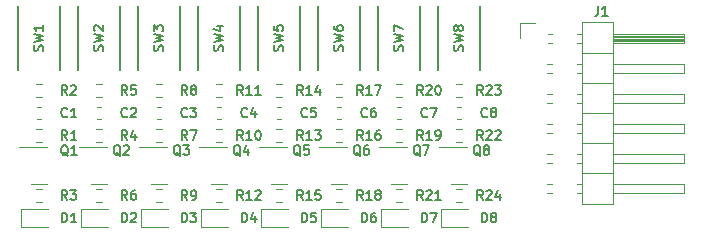
<source format=gbr>
G04 #@! TF.GenerationSoftware,KiCad,Pcbnew,6.0.9+dfsg-1*
G04 #@! TF.CreationDate,2022-11-16T11:07:49+08:00*
G04 #@! TF.ProjectId,io,696f2e6b-6963-4616-945f-706362585858,rev?*
G04 #@! TF.SameCoordinates,Original*
G04 #@! TF.FileFunction,Legend,Top*
G04 #@! TF.FilePolarity,Positive*
%FSLAX46Y46*%
G04 Gerber Fmt 4.6, Leading zero omitted, Abs format (unit mm)*
G04 Created by KiCad (PCBNEW 6.0.9+dfsg-1) date 2022-11-16 11:07:49*
%MOMM*%
%LPD*%
G01*
G04 APERTURE LIST*
%ADD10C,0.150000*%
%ADD11C,0.120000*%
G04 APERTURE END LIST*
D10*
G04 #@! TO.C,R3*
X138931666Y-89896904D02*
X138665000Y-89515952D01*
X138474523Y-89896904D02*
X138474523Y-89096904D01*
X138779285Y-89096904D01*
X138855476Y-89135000D01*
X138893571Y-89173095D01*
X138931666Y-89249285D01*
X138931666Y-89363571D01*
X138893571Y-89439761D01*
X138855476Y-89477857D01*
X138779285Y-89515952D01*
X138474523Y-89515952D01*
X139198333Y-89096904D02*
X139693571Y-89096904D01*
X139426904Y-89401666D01*
X139541190Y-89401666D01*
X139617380Y-89439761D01*
X139655476Y-89477857D01*
X139693571Y-89554047D01*
X139693571Y-89744523D01*
X139655476Y-89820714D01*
X139617380Y-89858809D01*
X139541190Y-89896904D01*
X139312619Y-89896904D01*
X139236428Y-89858809D01*
X139198333Y-89820714D01*
G04 #@! TO.C,Q6*
X163753809Y-86163095D02*
X163677619Y-86125000D01*
X163601428Y-86048809D01*
X163487142Y-85934523D01*
X163410952Y-85896428D01*
X163334761Y-85896428D01*
X163372857Y-86086904D02*
X163296666Y-86048809D01*
X163220476Y-85972619D01*
X163182380Y-85820238D01*
X163182380Y-85553571D01*
X163220476Y-85401190D01*
X163296666Y-85325000D01*
X163372857Y-85286904D01*
X163525238Y-85286904D01*
X163601428Y-85325000D01*
X163677619Y-85401190D01*
X163715714Y-85553571D01*
X163715714Y-85820238D01*
X163677619Y-85972619D01*
X163601428Y-86048809D01*
X163525238Y-86086904D01*
X163372857Y-86086904D01*
X164401428Y-85286904D02*
X164249047Y-85286904D01*
X164172857Y-85325000D01*
X164134761Y-85363095D01*
X164058571Y-85477380D01*
X164020476Y-85629761D01*
X164020476Y-85934523D01*
X164058571Y-86010714D01*
X164096666Y-86048809D01*
X164172857Y-86086904D01*
X164325238Y-86086904D01*
X164401428Y-86048809D01*
X164439523Y-86010714D01*
X164477619Y-85934523D01*
X164477619Y-85744047D01*
X164439523Y-85667857D01*
X164401428Y-85629761D01*
X164325238Y-85591666D01*
X164172857Y-85591666D01*
X164096666Y-85629761D01*
X164058571Y-85667857D01*
X164020476Y-85744047D01*
G04 #@! TO.C,D1*
X138474523Y-91801904D02*
X138474523Y-91001904D01*
X138665000Y-91001904D01*
X138779285Y-91040000D01*
X138855476Y-91116190D01*
X138893571Y-91192380D01*
X138931666Y-91344761D01*
X138931666Y-91459047D01*
X138893571Y-91611428D01*
X138855476Y-91687619D01*
X138779285Y-91763809D01*
X138665000Y-91801904D01*
X138474523Y-91801904D01*
X139693571Y-91801904D02*
X139236428Y-91801904D01*
X139465000Y-91801904D02*
X139465000Y-91001904D01*
X139388809Y-91116190D01*
X139312619Y-91192380D01*
X139236428Y-91230476D01*
G04 #@! TO.C,C4*
X154171666Y-82835714D02*
X154133571Y-82873809D01*
X154019285Y-82911904D01*
X153943095Y-82911904D01*
X153828809Y-82873809D01*
X153752619Y-82797619D01*
X153714523Y-82721428D01*
X153676428Y-82569047D01*
X153676428Y-82454761D01*
X153714523Y-82302380D01*
X153752619Y-82226190D01*
X153828809Y-82150000D01*
X153943095Y-82111904D01*
X154019285Y-82111904D01*
X154133571Y-82150000D01*
X154171666Y-82188095D01*
X154857380Y-82378571D02*
X154857380Y-82911904D01*
X154666904Y-82073809D02*
X154476428Y-82645238D01*
X154971666Y-82645238D01*
G04 #@! TO.C,Q2*
X143433809Y-86163095D02*
X143357619Y-86125000D01*
X143281428Y-86048809D01*
X143167142Y-85934523D01*
X143090952Y-85896428D01*
X143014761Y-85896428D01*
X143052857Y-86086904D02*
X142976666Y-86048809D01*
X142900476Y-85972619D01*
X142862380Y-85820238D01*
X142862380Y-85553571D01*
X142900476Y-85401190D01*
X142976666Y-85325000D01*
X143052857Y-85286904D01*
X143205238Y-85286904D01*
X143281428Y-85325000D01*
X143357619Y-85401190D01*
X143395714Y-85553571D01*
X143395714Y-85820238D01*
X143357619Y-85972619D01*
X143281428Y-86048809D01*
X143205238Y-86086904D01*
X143052857Y-86086904D01*
X143700476Y-85363095D02*
X143738571Y-85325000D01*
X143814761Y-85286904D01*
X144005238Y-85286904D01*
X144081428Y-85325000D01*
X144119523Y-85363095D01*
X144157619Y-85439285D01*
X144157619Y-85515476D01*
X144119523Y-85629761D01*
X143662380Y-86086904D01*
X144157619Y-86086904D01*
G04 #@! TO.C,SW3*
X147008809Y-77266666D02*
X147046904Y-77152380D01*
X147046904Y-76961904D01*
X147008809Y-76885714D01*
X146970714Y-76847619D01*
X146894523Y-76809523D01*
X146818333Y-76809523D01*
X146742142Y-76847619D01*
X146704047Y-76885714D01*
X146665952Y-76961904D01*
X146627857Y-77114285D01*
X146589761Y-77190476D01*
X146551666Y-77228571D01*
X146475476Y-77266666D01*
X146399285Y-77266666D01*
X146323095Y-77228571D01*
X146285000Y-77190476D01*
X146246904Y-77114285D01*
X146246904Y-76923809D01*
X146285000Y-76809523D01*
X146246904Y-76542857D02*
X147046904Y-76352380D01*
X146475476Y-76200000D01*
X147046904Y-76047619D01*
X146246904Y-75857142D01*
X146246904Y-75628571D02*
X146246904Y-75133333D01*
X146551666Y-75400000D01*
X146551666Y-75285714D01*
X146589761Y-75209523D01*
X146627857Y-75171428D01*
X146704047Y-75133333D01*
X146894523Y-75133333D01*
X146970714Y-75171428D01*
X147008809Y-75209523D01*
X147046904Y-75285714D01*
X147046904Y-75514285D01*
X147008809Y-75590476D01*
X146970714Y-75628571D01*
G04 #@! TO.C,C5*
X159251666Y-82835714D02*
X159213571Y-82873809D01*
X159099285Y-82911904D01*
X159023095Y-82911904D01*
X158908809Y-82873809D01*
X158832619Y-82797619D01*
X158794523Y-82721428D01*
X158756428Y-82569047D01*
X158756428Y-82454761D01*
X158794523Y-82302380D01*
X158832619Y-82226190D01*
X158908809Y-82150000D01*
X159023095Y-82111904D01*
X159099285Y-82111904D01*
X159213571Y-82150000D01*
X159251666Y-82188095D01*
X159975476Y-82111904D02*
X159594523Y-82111904D01*
X159556428Y-82492857D01*
X159594523Y-82454761D01*
X159670714Y-82416666D01*
X159861190Y-82416666D01*
X159937380Y-82454761D01*
X159975476Y-82492857D01*
X160013571Y-82569047D01*
X160013571Y-82759523D01*
X159975476Y-82835714D01*
X159937380Y-82873809D01*
X159861190Y-82911904D01*
X159670714Y-82911904D01*
X159594523Y-82873809D01*
X159556428Y-82835714D01*
G04 #@! TO.C,D7*
X168954523Y-91801904D02*
X168954523Y-91001904D01*
X169145000Y-91001904D01*
X169259285Y-91040000D01*
X169335476Y-91116190D01*
X169373571Y-91192380D01*
X169411666Y-91344761D01*
X169411666Y-91459047D01*
X169373571Y-91611428D01*
X169335476Y-91687619D01*
X169259285Y-91763809D01*
X169145000Y-91801904D01*
X168954523Y-91801904D01*
X169678333Y-91001904D02*
X170211666Y-91001904D01*
X169868809Y-91801904D01*
G04 #@! TO.C,R8*
X149091666Y-81006904D02*
X148825000Y-80625952D01*
X148634523Y-81006904D02*
X148634523Y-80206904D01*
X148939285Y-80206904D01*
X149015476Y-80245000D01*
X149053571Y-80283095D01*
X149091666Y-80359285D01*
X149091666Y-80473571D01*
X149053571Y-80549761D01*
X149015476Y-80587857D01*
X148939285Y-80625952D01*
X148634523Y-80625952D01*
X149548809Y-80549761D02*
X149472619Y-80511666D01*
X149434523Y-80473571D01*
X149396428Y-80397380D01*
X149396428Y-80359285D01*
X149434523Y-80283095D01*
X149472619Y-80245000D01*
X149548809Y-80206904D01*
X149701190Y-80206904D01*
X149777380Y-80245000D01*
X149815476Y-80283095D01*
X149853571Y-80359285D01*
X149853571Y-80397380D01*
X149815476Y-80473571D01*
X149777380Y-80511666D01*
X149701190Y-80549761D01*
X149548809Y-80549761D01*
X149472619Y-80587857D01*
X149434523Y-80625952D01*
X149396428Y-80702142D01*
X149396428Y-80854523D01*
X149434523Y-80930714D01*
X149472619Y-80968809D01*
X149548809Y-81006904D01*
X149701190Y-81006904D01*
X149777380Y-80968809D01*
X149815476Y-80930714D01*
X149853571Y-80854523D01*
X149853571Y-80702142D01*
X149815476Y-80625952D01*
X149777380Y-80587857D01*
X149701190Y-80549761D01*
G04 #@! TO.C,SW2*
X141928809Y-77266666D02*
X141966904Y-77152380D01*
X141966904Y-76961904D01*
X141928809Y-76885714D01*
X141890714Y-76847619D01*
X141814523Y-76809523D01*
X141738333Y-76809523D01*
X141662142Y-76847619D01*
X141624047Y-76885714D01*
X141585952Y-76961904D01*
X141547857Y-77114285D01*
X141509761Y-77190476D01*
X141471666Y-77228571D01*
X141395476Y-77266666D01*
X141319285Y-77266666D01*
X141243095Y-77228571D01*
X141205000Y-77190476D01*
X141166904Y-77114285D01*
X141166904Y-76923809D01*
X141205000Y-76809523D01*
X141166904Y-76542857D02*
X141966904Y-76352380D01*
X141395476Y-76200000D01*
X141966904Y-76047619D01*
X141166904Y-75857142D01*
X141243095Y-75590476D02*
X141205000Y-75552380D01*
X141166904Y-75476190D01*
X141166904Y-75285714D01*
X141205000Y-75209523D01*
X141243095Y-75171428D01*
X141319285Y-75133333D01*
X141395476Y-75133333D01*
X141509761Y-75171428D01*
X141966904Y-75628571D01*
X141966904Y-75133333D01*
G04 #@! TO.C,SW4*
X152088809Y-77266666D02*
X152126904Y-77152380D01*
X152126904Y-76961904D01*
X152088809Y-76885714D01*
X152050714Y-76847619D01*
X151974523Y-76809523D01*
X151898333Y-76809523D01*
X151822142Y-76847619D01*
X151784047Y-76885714D01*
X151745952Y-76961904D01*
X151707857Y-77114285D01*
X151669761Y-77190476D01*
X151631666Y-77228571D01*
X151555476Y-77266666D01*
X151479285Y-77266666D01*
X151403095Y-77228571D01*
X151365000Y-77190476D01*
X151326904Y-77114285D01*
X151326904Y-76923809D01*
X151365000Y-76809523D01*
X151326904Y-76542857D02*
X152126904Y-76352380D01*
X151555476Y-76200000D01*
X152126904Y-76047619D01*
X151326904Y-75857142D01*
X151593571Y-75209523D02*
X152126904Y-75209523D01*
X151288809Y-75400000D02*
X151860238Y-75590476D01*
X151860238Y-75095238D01*
G04 #@! TO.C,SW6*
X162248809Y-77266666D02*
X162286904Y-77152380D01*
X162286904Y-76961904D01*
X162248809Y-76885714D01*
X162210714Y-76847619D01*
X162134523Y-76809523D01*
X162058333Y-76809523D01*
X161982142Y-76847619D01*
X161944047Y-76885714D01*
X161905952Y-76961904D01*
X161867857Y-77114285D01*
X161829761Y-77190476D01*
X161791666Y-77228571D01*
X161715476Y-77266666D01*
X161639285Y-77266666D01*
X161563095Y-77228571D01*
X161525000Y-77190476D01*
X161486904Y-77114285D01*
X161486904Y-76923809D01*
X161525000Y-76809523D01*
X161486904Y-76542857D02*
X162286904Y-76352380D01*
X161715476Y-76200000D01*
X162286904Y-76047619D01*
X161486904Y-75857142D01*
X161486904Y-75209523D02*
X161486904Y-75361904D01*
X161525000Y-75438095D01*
X161563095Y-75476190D01*
X161677380Y-75552380D01*
X161829761Y-75590476D01*
X162134523Y-75590476D01*
X162210714Y-75552380D01*
X162248809Y-75514285D01*
X162286904Y-75438095D01*
X162286904Y-75285714D01*
X162248809Y-75209523D01*
X162210714Y-75171428D01*
X162134523Y-75133333D01*
X161944047Y-75133333D01*
X161867857Y-75171428D01*
X161829761Y-75209523D01*
X161791666Y-75285714D01*
X161791666Y-75438095D01*
X161829761Y-75514285D01*
X161867857Y-75552380D01*
X161944047Y-75590476D01*
G04 #@! TO.C,D8*
X174034523Y-91801904D02*
X174034523Y-91001904D01*
X174225000Y-91001904D01*
X174339285Y-91040000D01*
X174415476Y-91116190D01*
X174453571Y-91192380D01*
X174491666Y-91344761D01*
X174491666Y-91459047D01*
X174453571Y-91611428D01*
X174415476Y-91687619D01*
X174339285Y-91763809D01*
X174225000Y-91801904D01*
X174034523Y-91801904D01*
X174948809Y-91344761D02*
X174872619Y-91306666D01*
X174834523Y-91268571D01*
X174796428Y-91192380D01*
X174796428Y-91154285D01*
X174834523Y-91078095D01*
X174872619Y-91040000D01*
X174948809Y-91001904D01*
X175101190Y-91001904D01*
X175177380Y-91040000D01*
X175215476Y-91078095D01*
X175253571Y-91154285D01*
X175253571Y-91192380D01*
X175215476Y-91268571D01*
X175177380Y-91306666D01*
X175101190Y-91344761D01*
X174948809Y-91344761D01*
X174872619Y-91382857D01*
X174834523Y-91420952D01*
X174796428Y-91497142D01*
X174796428Y-91649523D01*
X174834523Y-91725714D01*
X174872619Y-91763809D01*
X174948809Y-91801904D01*
X175101190Y-91801904D01*
X175177380Y-91763809D01*
X175215476Y-91725714D01*
X175253571Y-91649523D01*
X175253571Y-91497142D01*
X175215476Y-91420952D01*
X175177380Y-91382857D01*
X175101190Y-91344761D01*
G04 #@! TO.C,R24*
X174110714Y-89896904D02*
X173844047Y-89515952D01*
X173653571Y-89896904D02*
X173653571Y-89096904D01*
X173958333Y-89096904D01*
X174034523Y-89135000D01*
X174072619Y-89173095D01*
X174110714Y-89249285D01*
X174110714Y-89363571D01*
X174072619Y-89439761D01*
X174034523Y-89477857D01*
X173958333Y-89515952D01*
X173653571Y-89515952D01*
X174415476Y-89173095D02*
X174453571Y-89135000D01*
X174529761Y-89096904D01*
X174720238Y-89096904D01*
X174796428Y-89135000D01*
X174834523Y-89173095D01*
X174872619Y-89249285D01*
X174872619Y-89325476D01*
X174834523Y-89439761D01*
X174377380Y-89896904D01*
X174872619Y-89896904D01*
X175558333Y-89363571D02*
X175558333Y-89896904D01*
X175367857Y-89058809D02*
X175177380Y-89630238D01*
X175672619Y-89630238D01*
G04 #@! TO.C,C3*
X149091666Y-82835714D02*
X149053571Y-82873809D01*
X148939285Y-82911904D01*
X148863095Y-82911904D01*
X148748809Y-82873809D01*
X148672619Y-82797619D01*
X148634523Y-82721428D01*
X148596428Y-82569047D01*
X148596428Y-82454761D01*
X148634523Y-82302380D01*
X148672619Y-82226190D01*
X148748809Y-82150000D01*
X148863095Y-82111904D01*
X148939285Y-82111904D01*
X149053571Y-82150000D01*
X149091666Y-82188095D01*
X149358333Y-82111904D02*
X149853571Y-82111904D01*
X149586904Y-82416666D01*
X149701190Y-82416666D01*
X149777380Y-82454761D01*
X149815476Y-82492857D01*
X149853571Y-82569047D01*
X149853571Y-82759523D01*
X149815476Y-82835714D01*
X149777380Y-82873809D01*
X149701190Y-82911904D01*
X149472619Y-82911904D01*
X149396428Y-82873809D01*
X149358333Y-82835714D01*
G04 #@! TO.C,D4*
X153714523Y-91801904D02*
X153714523Y-91001904D01*
X153905000Y-91001904D01*
X154019285Y-91040000D01*
X154095476Y-91116190D01*
X154133571Y-91192380D01*
X154171666Y-91344761D01*
X154171666Y-91459047D01*
X154133571Y-91611428D01*
X154095476Y-91687619D01*
X154019285Y-91763809D01*
X153905000Y-91801904D01*
X153714523Y-91801904D01*
X154857380Y-91268571D02*
X154857380Y-91801904D01*
X154666904Y-90963809D02*
X154476428Y-91535238D01*
X154971666Y-91535238D01*
G04 #@! TO.C,SW7*
X167328809Y-77266666D02*
X167366904Y-77152380D01*
X167366904Y-76961904D01*
X167328809Y-76885714D01*
X167290714Y-76847619D01*
X167214523Y-76809523D01*
X167138333Y-76809523D01*
X167062142Y-76847619D01*
X167024047Y-76885714D01*
X166985952Y-76961904D01*
X166947857Y-77114285D01*
X166909761Y-77190476D01*
X166871666Y-77228571D01*
X166795476Y-77266666D01*
X166719285Y-77266666D01*
X166643095Y-77228571D01*
X166605000Y-77190476D01*
X166566904Y-77114285D01*
X166566904Y-76923809D01*
X166605000Y-76809523D01*
X166566904Y-76542857D02*
X167366904Y-76352380D01*
X166795476Y-76200000D01*
X167366904Y-76047619D01*
X166566904Y-75857142D01*
X166566904Y-75628571D02*
X166566904Y-75095238D01*
X167366904Y-75438095D01*
G04 #@! TO.C,R14*
X158870714Y-81006904D02*
X158604047Y-80625952D01*
X158413571Y-81006904D02*
X158413571Y-80206904D01*
X158718333Y-80206904D01*
X158794523Y-80245000D01*
X158832619Y-80283095D01*
X158870714Y-80359285D01*
X158870714Y-80473571D01*
X158832619Y-80549761D01*
X158794523Y-80587857D01*
X158718333Y-80625952D01*
X158413571Y-80625952D01*
X159632619Y-81006904D02*
X159175476Y-81006904D01*
X159404047Y-81006904D02*
X159404047Y-80206904D01*
X159327857Y-80321190D01*
X159251666Y-80397380D01*
X159175476Y-80435476D01*
X160318333Y-80473571D02*
X160318333Y-81006904D01*
X160127857Y-80168809D02*
X159937380Y-80740238D01*
X160432619Y-80740238D01*
G04 #@! TO.C,D3*
X148634523Y-91801904D02*
X148634523Y-91001904D01*
X148825000Y-91001904D01*
X148939285Y-91040000D01*
X149015476Y-91116190D01*
X149053571Y-91192380D01*
X149091666Y-91344761D01*
X149091666Y-91459047D01*
X149053571Y-91611428D01*
X149015476Y-91687619D01*
X148939285Y-91763809D01*
X148825000Y-91801904D01*
X148634523Y-91801904D01*
X149358333Y-91001904D02*
X149853571Y-91001904D01*
X149586904Y-91306666D01*
X149701190Y-91306666D01*
X149777380Y-91344761D01*
X149815476Y-91382857D01*
X149853571Y-91459047D01*
X149853571Y-91649523D01*
X149815476Y-91725714D01*
X149777380Y-91763809D01*
X149701190Y-91801904D01*
X149472619Y-91801904D01*
X149396428Y-91763809D01*
X149358333Y-91725714D01*
G04 #@! TO.C,SW5*
X157168809Y-77266666D02*
X157206904Y-77152380D01*
X157206904Y-76961904D01*
X157168809Y-76885714D01*
X157130714Y-76847619D01*
X157054523Y-76809523D01*
X156978333Y-76809523D01*
X156902142Y-76847619D01*
X156864047Y-76885714D01*
X156825952Y-76961904D01*
X156787857Y-77114285D01*
X156749761Y-77190476D01*
X156711666Y-77228571D01*
X156635476Y-77266666D01*
X156559285Y-77266666D01*
X156483095Y-77228571D01*
X156445000Y-77190476D01*
X156406904Y-77114285D01*
X156406904Y-76923809D01*
X156445000Y-76809523D01*
X156406904Y-76542857D02*
X157206904Y-76352380D01*
X156635476Y-76200000D01*
X157206904Y-76047619D01*
X156406904Y-75857142D01*
X156406904Y-75171428D02*
X156406904Y-75552380D01*
X156787857Y-75590476D01*
X156749761Y-75552380D01*
X156711666Y-75476190D01*
X156711666Y-75285714D01*
X156749761Y-75209523D01*
X156787857Y-75171428D01*
X156864047Y-75133333D01*
X157054523Y-75133333D01*
X157130714Y-75171428D01*
X157168809Y-75209523D01*
X157206904Y-75285714D01*
X157206904Y-75476190D01*
X157168809Y-75552380D01*
X157130714Y-75590476D01*
G04 #@! TO.C,R23*
X174110714Y-81006904D02*
X173844047Y-80625952D01*
X173653571Y-81006904D02*
X173653571Y-80206904D01*
X173958333Y-80206904D01*
X174034523Y-80245000D01*
X174072619Y-80283095D01*
X174110714Y-80359285D01*
X174110714Y-80473571D01*
X174072619Y-80549761D01*
X174034523Y-80587857D01*
X173958333Y-80625952D01*
X173653571Y-80625952D01*
X174415476Y-80283095D02*
X174453571Y-80245000D01*
X174529761Y-80206904D01*
X174720238Y-80206904D01*
X174796428Y-80245000D01*
X174834523Y-80283095D01*
X174872619Y-80359285D01*
X174872619Y-80435476D01*
X174834523Y-80549761D01*
X174377380Y-81006904D01*
X174872619Y-81006904D01*
X175139285Y-80206904D02*
X175634523Y-80206904D01*
X175367857Y-80511666D01*
X175482142Y-80511666D01*
X175558333Y-80549761D01*
X175596428Y-80587857D01*
X175634523Y-80664047D01*
X175634523Y-80854523D01*
X175596428Y-80930714D01*
X175558333Y-80968809D01*
X175482142Y-81006904D01*
X175253571Y-81006904D01*
X175177380Y-80968809D01*
X175139285Y-80930714D01*
G04 #@! TO.C,Q3*
X148513809Y-86163095D02*
X148437619Y-86125000D01*
X148361428Y-86048809D01*
X148247142Y-85934523D01*
X148170952Y-85896428D01*
X148094761Y-85896428D01*
X148132857Y-86086904D02*
X148056666Y-86048809D01*
X147980476Y-85972619D01*
X147942380Y-85820238D01*
X147942380Y-85553571D01*
X147980476Y-85401190D01*
X148056666Y-85325000D01*
X148132857Y-85286904D01*
X148285238Y-85286904D01*
X148361428Y-85325000D01*
X148437619Y-85401190D01*
X148475714Y-85553571D01*
X148475714Y-85820238D01*
X148437619Y-85972619D01*
X148361428Y-86048809D01*
X148285238Y-86086904D01*
X148132857Y-86086904D01*
X148742380Y-85286904D02*
X149237619Y-85286904D01*
X148970952Y-85591666D01*
X149085238Y-85591666D01*
X149161428Y-85629761D01*
X149199523Y-85667857D01*
X149237619Y-85744047D01*
X149237619Y-85934523D01*
X149199523Y-86010714D01*
X149161428Y-86048809D01*
X149085238Y-86086904D01*
X148856666Y-86086904D01*
X148780476Y-86048809D01*
X148742380Y-86010714D01*
G04 #@! TO.C,R22*
X174110714Y-84816904D02*
X173844047Y-84435952D01*
X173653571Y-84816904D02*
X173653571Y-84016904D01*
X173958333Y-84016904D01*
X174034523Y-84055000D01*
X174072619Y-84093095D01*
X174110714Y-84169285D01*
X174110714Y-84283571D01*
X174072619Y-84359761D01*
X174034523Y-84397857D01*
X173958333Y-84435952D01*
X173653571Y-84435952D01*
X174415476Y-84093095D02*
X174453571Y-84055000D01*
X174529761Y-84016904D01*
X174720238Y-84016904D01*
X174796428Y-84055000D01*
X174834523Y-84093095D01*
X174872619Y-84169285D01*
X174872619Y-84245476D01*
X174834523Y-84359761D01*
X174377380Y-84816904D01*
X174872619Y-84816904D01*
X175177380Y-84093095D02*
X175215476Y-84055000D01*
X175291666Y-84016904D01*
X175482142Y-84016904D01*
X175558333Y-84055000D01*
X175596428Y-84093095D01*
X175634523Y-84169285D01*
X175634523Y-84245476D01*
X175596428Y-84359761D01*
X175139285Y-84816904D01*
X175634523Y-84816904D01*
G04 #@! TO.C,R17*
X163950714Y-81006904D02*
X163684047Y-80625952D01*
X163493571Y-81006904D02*
X163493571Y-80206904D01*
X163798333Y-80206904D01*
X163874523Y-80245000D01*
X163912619Y-80283095D01*
X163950714Y-80359285D01*
X163950714Y-80473571D01*
X163912619Y-80549761D01*
X163874523Y-80587857D01*
X163798333Y-80625952D01*
X163493571Y-80625952D01*
X164712619Y-81006904D02*
X164255476Y-81006904D01*
X164484047Y-81006904D02*
X164484047Y-80206904D01*
X164407857Y-80321190D01*
X164331666Y-80397380D01*
X164255476Y-80435476D01*
X164979285Y-80206904D02*
X165512619Y-80206904D01*
X165169761Y-81006904D01*
G04 #@! TO.C,R4*
X144011666Y-84816904D02*
X143745000Y-84435952D01*
X143554523Y-84816904D02*
X143554523Y-84016904D01*
X143859285Y-84016904D01*
X143935476Y-84055000D01*
X143973571Y-84093095D01*
X144011666Y-84169285D01*
X144011666Y-84283571D01*
X143973571Y-84359761D01*
X143935476Y-84397857D01*
X143859285Y-84435952D01*
X143554523Y-84435952D01*
X144697380Y-84283571D02*
X144697380Y-84816904D01*
X144506904Y-83978809D02*
X144316428Y-84550238D01*
X144811666Y-84550238D01*
G04 #@! TO.C,R6*
X144011666Y-89896904D02*
X143745000Y-89515952D01*
X143554523Y-89896904D02*
X143554523Y-89096904D01*
X143859285Y-89096904D01*
X143935476Y-89135000D01*
X143973571Y-89173095D01*
X144011666Y-89249285D01*
X144011666Y-89363571D01*
X143973571Y-89439761D01*
X143935476Y-89477857D01*
X143859285Y-89515952D01*
X143554523Y-89515952D01*
X144697380Y-89096904D02*
X144545000Y-89096904D01*
X144468809Y-89135000D01*
X144430714Y-89173095D01*
X144354523Y-89287380D01*
X144316428Y-89439761D01*
X144316428Y-89744523D01*
X144354523Y-89820714D01*
X144392619Y-89858809D01*
X144468809Y-89896904D01*
X144621190Y-89896904D01*
X144697380Y-89858809D01*
X144735476Y-89820714D01*
X144773571Y-89744523D01*
X144773571Y-89554047D01*
X144735476Y-89477857D01*
X144697380Y-89439761D01*
X144621190Y-89401666D01*
X144468809Y-89401666D01*
X144392619Y-89439761D01*
X144354523Y-89477857D01*
X144316428Y-89554047D01*
G04 #@! TO.C,C1*
X138931666Y-82835714D02*
X138893571Y-82873809D01*
X138779285Y-82911904D01*
X138703095Y-82911904D01*
X138588809Y-82873809D01*
X138512619Y-82797619D01*
X138474523Y-82721428D01*
X138436428Y-82569047D01*
X138436428Y-82454761D01*
X138474523Y-82302380D01*
X138512619Y-82226190D01*
X138588809Y-82150000D01*
X138703095Y-82111904D01*
X138779285Y-82111904D01*
X138893571Y-82150000D01*
X138931666Y-82188095D01*
X139693571Y-82911904D02*
X139236428Y-82911904D01*
X139465000Y-82911904D02*
X139465000Y-82111904D01*
X139388809Y-82226190D01*
X139312619Y-82302380D01*
X139236428Y-82340476D01*
G04 #@! TO.C,D6*
X163874523Y-91801904D02*
X163874523Y-91001904D01*
X164065000Y-91001904D01*
X164179285Y-91040000D01*
X164255476Y-91116190D01*
X164293571Y-91192380D01*
X164331666Y-91344761D01*
X164331666Y-91459047D01*
X164293571Y-91611428D01*
X164255476Y-91687619D01*
X164179285Y-91763809D01*
X164065000Y-91801904D01*
X163874523Y-91801904D01*
X165017380Y-91001904D02*
X164865000Y-91001904D01*
X164788809Y-91040000D01*
X164750714Y-91078095D01*
X164674523Y-91192380D01*
X164636428Y-91344761D01*
X164636428Y-91649523D01*
X164674523Y-91725714D01*
X164712619Y-91763809D01*
X164788809Y-91801904D01*
X164941190Y-91801904D01*
X165017380Y-91763809D01*
X165055476Y-91725714D01*
X165093571Y-91649523D01*
X165093571Y-91459047D01*
X165055476Y-91382857D01*
X165017380Y-91344761D01*
X164941190Y-91306666D01*
X164788809Y-91306666D01*
X164712619Y-91344761D01*
X164674523Y-91382857D01*
X164636428Y-91459047D01*
G04 #@! TO.C,C6*
X164331666Y-82835714D02*
X164293571Y-82873809D01*
X164179285Y-82911904D01*
X164103095Y-82911904D01*
X163988809Y-82873809D01*
X163912619Y-82797619D01*
X163874523Y-82721428D01*
X163836428Y-82569047D01*
X163836428Y-82454761D01*
X163874523Y-82302380D01*
X163912619Y-82226190D01*
X163988809Y-82150000D01*
X164103095Y-82111904D01*
X164179285Y-82111904D01*
X164293571Y-82150000D01*
X164331666Y-82188095D01*
X165017380Y-82111904D02*
X164865000Y-82111904D01*
X164788809Y-82150000D01*
X164750714Y-82188095D01*
X164674523Y-82302380D01*
X164636428Y-82454761D01*
X164636428Y-82759523D01*
X164674523Y-82835714D01*
X164712619Y-82873809D01*
X164788809Y-82911904D01*
X164941190Y-82911904D01*
X165017380Y-82873809D01*
X165055476Y-82835714D01*
X165093571Y-82759523D01*
X165093571Y-82569047D01*
X165055476Y-82492857D01*
X165017380Y-82454761D01*
X164941190Y-82416666D01*
X164788809Y-82416666D01*
X164712619Y-82454761D01*
X164674523Y-82492857D01*
X164636428Y-82569047D01*
G04 #@! TO.C,SW8*
X172408809Y-77266666D02*
X172446904Y-77152380D01*
X172446904Y-76961904D01*
X172408809Y-76885714D01*
X172370714Y-76847619D01*
X172294523Y-76809523D01*
X172218333Y-76809523D01*
X172142142Y-76847619D01*
X172104047Y-76885714D01*
X172065952Y-76961904D01*
X172027857Y-77114285D01*
X171989761Y-77190476D01*
X171951666Y-77228571D01*
X171875476Y-77266666D01*
X171799285Y-77266666D01*
X171723095Y-77228571D01*
X171685000Y-77190476D01*
X171646904Y-77114285D01*
X171646904Y-76923809D01*
X171685000Y-76809523D01*
X171646904Y-76542857D02*
X172446904Y-76352380D01*
X171875476Y-76200000D01*
X172446904Y-76047619D01*
X171646904Y-75857142D01*
X171989761Y-75438095D02*
X171951666Y-75514285D01*
X171913571Y-75552380D01*
X171837380Y-75590476D01*
X171799285Y-75590476D01*
X171723095Y-75552380D01*
X171685000Y-75514285D01*
X171646904Y-75438095D01*
X171646904Y-75285714D01*
X171685000Y-75209523D01*
X171723095Y-75171428D01*
X171799285Y-75133333D01*
X171837380Y-75133333D01*
X171913571Y-75171428D01*
X171951666Y-75209523D01*
X171989761Y-75285714D01*
X171989761Y-75438095D01*
X172027857Y-75514285D01*
X172065952Y-75552380D01*
X172142142Y-75590476D01*
X172294523Y-75590476D01*
X172370714Y-75552380D01*
X172408809Y-75514285D01*
X172446904Y-75438095D01*
X172446904Y-75285714D01*
X172408809Y-75209523D01*
X172370714Y-75171428D01*
X172294523Y-75133333D01*
X172142142Y-75133333D01*
X172065952Y-75171428D01*
X172027857Y-75209523D01*
X171989761Y-75285714D01*
G04 #@! TO.C,Q7*
X168833809Y-86163095D02*
X168757619Y-86125000D01*
X168681428Y-86048809D01*
X168567142Y-85934523D01*
X168490952Y-85896428D01*
X168414761Y-85896428D01*
X168452857Y-86086904D02*
X168376666Y-86048809D01*
X168300476Y-85972619D01*
X168262380Y-85820238D01*
X168262380Y-85553571D01*
X168300476Y-85401190D01*
X168376666Y-85325000D01*
X168452857Y-85286904D01*
X168605238Y-85286904D01*
X168681428Y-85325000D01*
X168757619Y-85401190D01*
X168795714Y-85553571D01*
X168795714Y-85820238D01*
X168757619Y-85972619D01*
X168681428Y-86048809D01*
X168605238Y-86086904D01*
X168452857Y-86086904D01*
X169062380Y-85286904D02*
X169595714Y-85286904D01*
X169252857Y-86086904D01*
G04 #@! TO.C,R5*
X144011666Y-81006904D02*
X143745000Y-80625952D01*
X143554523Y-81006904D02*
X143554523Y-80206904D01*
X143859285Y-80206904D01*
X143935476Y-80245000D01*
X143973571Y-80283095D01*
X144011666Y-80359285D01*
X144011666Y-80473571D01*
X143973571Y-80549761D01*
X143935476Y-80587857D01*
X143859285Y-80625952D01*
X143554523Y-80625952D01*
X144735476Y-80206904D02*
X144354523Y-80206904D01*
X144316428Y-80587857D01*
X144354523Y-80549761D01*
X144430714Y-80511666D01*
X144621190Y-80511666D01*
X144697380Y-80549761D01*
X144735476Y-80587857D01*
X144773571Y-80664047D01*
X144773571Y-80854523D01*
X144735476Y-80930714D01*
X144697380Y-80968809D01*
X144621190Y-81006904D01*
X144430714Y-81006904D01*
X144354523Y-80968809D01*
X144316428Y-80930714D01*
G04 #@! TO.C,D5*
X158794523Y-91801904D02*
X158794523Y-91001904D01*
X158985000Y-91001904D01*
X159099285Y-91040000D01*
X159175476Y-91116190D01*
X159213571Y-91192380D01*
X159251666Y-91344761D01*
X159251666Y-91459047D01*
X159213571Y-91611428D01*
X159175476Y-91687619D01*
X159099285Y-91763809D01*
X158985000Y-91801904D01*
X158794523Y-91801904D01*
X159975476Y-91001904D02*
X159594523Y-91001904D01*
X159556428Y-91382857D01*
X159594523Y-91344761D01*
X159670714Y-91306666D01*
X159861190Y-91306666D01*
X159937380Y-91344761D01*
X159975476Y-91382857D01*
X160013571Y-91459047D01*
X160013571Y-91649523D01*
X159975476Y-91725714D01*
X159937380Y-91763809D01*
X159861190Y-91801904D01*
X159670714Y-91801904D01*
X159594523Y-91763809D01*
X159556428Y-91725714D01*
G04 #@! TO.C,C2*
X144011666Y-82835714D02*
X143973571Y-82873809D01*
X143859285Y-82911904D01*
X143783095Y-82911904D01*
X143668809Y-82873809D01*
X143592619Y-82797619D01*
X143554523Y-82721428D01*
X143516428Y-82569047D01*
X143516428Y-82454761D01*
X143554523Y-82302380D01*
X143592619Y-82226190D01*
X143668809Y-82150000D01*
X143783095Y-82111904D01*
X143859285Y-82111904D01*
X143973571Y-82150000D01*
X144011666Y-82188095D01*
X144316428Y-82188095D02*
X144354523Y-82150000D01*
X144430714Y-82111904D01*
X144621190Y-82111904D01*
X144697380Y-82150000D01*
X144735476Y-82188095D01*
X144773571Y-82264285D01*
X144773571Y-82340476D01*
X144735476Y-82454761D01*
X144278333Y-82911904D01*
X144773571Y-82911904D01*
G04 #@! TO.C,R7*
X149091666Y-84816904D02*
X148825000Y-84435952D01*
X148634523Y-84816904D02*
X148634523Y-84016904D01*
X148939285Y-84016904D01*
X149015476Y-84055000D01*
X149053571Y-84093095D01*
X149091666Y-84169285D01*
X149091666Y-84283571D01*
X149053571Y-84359761D01*
X149015476Y-84397857D01*
X148939285Y-84435952D01*
X148634523Y-84435952D01*
X149358333Y-84016904D02*
X149891666Y-84016904D01*
X149548809Y-84816904D01*
G04 #@! TO.C,R21*
X169030714Y-89896904D02*
X168764047Y-89515952D01*
X168573571Y-89896904D02*
X168573571Y-89096904D01*
X168878333Y-89096904D01*
X168954523Y-89135000D01*
X168992619Y-89173095D01*
X169030714Y-89249285D01*
X169030714Y-89363571D01*
X168992619Y-89439761D01*
X168954523Y-89477857D01*
X168878333Y-89515952D01*
X168573571Y-89515952D01*
X169335476Y-89173095D02*
X169373571Y-89135000D01*
X169449761Y-89096904D01*
X169640238Y-89096904D01*
X169716428Y-89135000D01*
X169754523Y-89173095D01*
X169792619Y-89249285D01*
X169792619Y-89325476D01*
X169754523Y-89439761D01*
X169297380Y-89896904D01*
X169792619Y-89896904D01*
X170554523Y-89896904D02*
X170097380Y-89896904D01*
X170325952Y-89896904D02*
X170325952Y-89096904D01*
X170249761Y-89211190D01*
X170173571Y-89287380D01*
X170097380Y-89325476D01*
G04 #@! TO.C,R15*
X158870714Y-89896904D02*
X158604047Y-89515952D01*
X158413571Y-89896904D02*
X158413571Y-89096904D01*
X158718333Y-89096904D01*
X158794523Y-89135000D01*
X158832619Y-89173095D01*
X158870714Y-89249285D01*
X158870714Y-89363571D01*
X158832619Y-89439761D01*
X158794523Y-89477857D01*
X158718333Y-89515952D01*
X158413571Y-89515952D01*
X159632619Y-89896904D02*
X159175476Y-89896904D01*
X159404047Y-89896904D02*
X159404047Y-89096904D01*
X159327857Y-89211190D01*
X159251666Y-89287380D01*
X159175476Y-89325476D01*
X160356428Y-89096904D02*
X159975476Y-89096904D01*
X159937380Y-89477857D01*
X159975476Y-89439761D01*
X160051666Y-89401666D01*
X160242142Y-89401666D01*
X160318333Y-89439761D01*
X160356428Y-89477857D01*
X160394523Y-89554047D01*
X160394523Y-89744523D01*
X160356428Y-89820714D01*
X160318333Y-89858809D01*
X160242142Y-89896904D01*
X160051666Y-89896904D01*
X159975476Y-89858809D01*
X159937380Y-89820714D01*
G04 #@! TO.C,R20*
X169030714Y-81006904D02*
X168764047Y-80625952D01*
X168573571Y-81006904D02*
X168573571Y-80206904D01*
X168878333Y-80206904D01*
X168954523Y-80245000D01*
X168992619Y-80283095D01*
X169030714Y-80359285D01*
X169030714Y-80473571D01*
X168992619Y-80549761D01*
X168954523Y-80587857D01*
X168878333Y-80625952D01*
X168573571Y-80625952D01*
X169335476Y-80283095D02*
X169373571Y-80245000D01*
X169449761Y-80206904D01*
X169640238Y-80206904D01*
X169716428Y-80245000D01*
X169754523Y-80283095D01*
X169792619Y-80359285D01*
X169792619Y-80435476D01*
X169754523Y-80549761D01*
X169297380Y-81006904D01*
X169792619Y-81006904D01*
X170287857Y-80206904D02*
X170364047Y-80206904D01*
X170440238Y-80245000D01*
X170478333Y-80283095D01*
X170516428Y-80359285D01*
X170554523Y-80511666D01*
X170554523Y-80702142D01*
X170516428Y-80854523D01*
X170478333Y-80930714D01*
X170440238Y-80968809D01*
X170364047Y-81006904D01*
X170287857Y-81006904D01*
X170211666Y-80968809D01*
X170173571Y-80930714D01*
X170135476Y-80854523D01*
X170097380Y-80702142D01*
X170097380Y-80511666D01*
X170135476Y-80359285D01*
X170173571Y-80283095D01*
X170211666Y-80245000D01*
X170287857Y-80206904D01*
G04 #@! TO.C,C7*
X169411666Y-82835714D02*
X169373571Y-82873809D01*
X169259285Y-82911904D01*
X169183095Y-82911904D01*
X169068809Y-82873809D01*
X168992619Y-82797619D01*
X168954523Y-82721428D01*
X168916428Y-82569047D01*
X168916428Y-82454761D01*
X168954523Y-82302380D01*
X168992619Y-82226190D01*
X169068809Y-82150000D01*
X169183095Y-82111904D01*
X169259285Y-82111904D01*
X169373571Y-82150000D01*
X169411666Y-82188095D01*
X169678333Y-82111904D02*
X170211666Y-82111904D01*
X169868809Y-82911904D01*
G04 #@! TO.C,R11*
X153790714Y-81006904D02*
X153524047Y-80625952D01*
X153333571Y-81006904D02*
X153333571Y-80206904D01*
X153638333Y-80206904D01*
X153714523Y-80245000D01*
X153752619Y-80283095D01*
X153790714Y-80359285D01*
X153790714Y-80473571D01*
X153752619Y-80549761D01*
X153714523Y-80587857D01*
X153638333Y-80625952D01*
X153333571Y-80625952D01*
X154552619Y-81006904D02*
X154095476Y-81006904D01*
X154324047Y-81006904D02*
X154324047Y-80206904D01*
X154247857Y-80321190D01*
X154171666Y-80397380D01*
X154095476Y-80435476D01*
X155314523Y-81006904D02*
X154857380Y-81006904D01*
X155085952Y-81006904D02*
X155085952Y-80206904D01*
X155009761Y-80321190D01*
X154933571Y-80397380D01*
X154857380Y-80435476D01*
G04 #@! TO.C,R13*
X158870714Y-84816904D02*
X158604047Y-84435952D01*
X158413571Y-84816904D02*
X158413571Y-84016904D01*
X158718333Y-84016904D01*
X158794523Y-84055000D01*
X158832619Y-84093095D01*
X158870714Y-84169285D01*
X158870714Y-84283571D01*
X158832619Y-84359761D01*
X158794523Y-84397857D01*
X158718333Y-84435952D01*
X158413571Y-84435952D01*
X159632619Y-84816904D02*
X159175476Y-84816904D01*
X159404047Y-84816904D02*
X159404047Y-84016904D01*
X159327857Y-84131190D01*
X159251666Y-84207380D01*
X159175476Y-84245476D01*
X159899285Y-84016904D02*
X160394523Y-84016904D01*
X160127857Y-84321666D01*
X160242142Y-84321666D01*
X160318333Y-84359761D01*
X160356428Y-84397857D01*
X160394523Y-84474047D01*
X160394523Y-84664523D01*
X160356428Y-84740714D01*
X160318333Y-84778809D01*
X160242142Y-84816904D01*
X160013571Y-84816904D01*
X159937380Y-84778809D01*
X159899285Y-84740714D01*
G04 #@! TO.C,R16*
X163950714Y-84816904D02*
X163684047Y-84435952D01*
X163493571Y-84816904D02*
X163493571Y-84016904D01*
X163798333Y-84016904D01*
X163874523Y-84055000D01*
X163912619Y-84093095D01*
X163950714Y-84169285D01*
X163950714Y-84283571D01*
X163912619Y-84359761D01*
X163874523Y-84397857D01*
X163798333Y-84435952D01*
X163493571Y-84435952D01*
X164712619Y-84816904D02*
X164255476Y-84816904D01*
X164484047Y-84816904D02*
X164484047Y-84016904D01*
X164407857Y-84131190D01*
X164331666Y-84207380D01*
X164255476Y-84245476D01*
X165398333Y-84016904D02*
X165245952Y-84016904D01*
X165169761Y-84055000D01*
X165131666Y-84093095D01*
X165055476Y-84207380D01*
X165017380Y-84359761D01*
X165017380Y-84664523D01*
X165055476Y-84740714D01*
X165093571Y-84778809D01*
X165169761Y-84816904D01*
X165322142Y-84816904D01*
X165398333Y-84778809D01*
X165436428Y-84740714D01*
X165474523Y-84664523D01*
X165474523Y-84474047D01*
X165436428Y-84397857D01*
X165398333Y-84359761D01*
X165322142Y-84321666D01*
X165169761Y-84321666D01*
X165093571Y-84359761D01*
X165055476Y-84397857D01*
X165017380Y-84474047D01*
G04 #@! TO.C,Q8*
X173913809Y-86163095D02*
X173837619Y-86125000D01*
X173761428Y-86048809D01*
X173647142Y-85934523D01*
X173570952Y-85896428D01*
X173494761Y-85896428D01*
X173532857Y-86086904D02*
X173456666Y-86048809D01*
X173380476Y-85972619D01*
X173342380Y-85820238D01*
X173342380Y-85553571D01*
X173380476Y-85401190D01*
X173456666Y-85325000D01*
X173532857Y-85286904D01*
X173685238Y-85286904D01*
X173761428Y-85325000D01*
X173837619Y-85401190D01*
X173875714Y-85553571D01*
X173875714Y-85820238D01*
X173837619Y-85972619D01*
X173761428Y-86048809D01*
X173685238Y-86086904D01*
X173532857Y-86086904D01*
X174332857Y-85629761D02*
X174256666Y-85591666D01*
X174218571Y-85553571D01*
X174180476Y-85477380D01*
X174180476Y-85439285D01*
X174218571Y-85363095D01*
X174256666Y-85325000D01*
X174332857Y-85286904D01*
X174485238Y-85286904D01*
X174561428Y-85325000D01*
X174599523Y-85363095D01*
X174637619Y-85439285D01*
X174637619Y-85477380D01*
X174599523Y-85553571D01*
X174561428Y-85591666D01*
X174485238Y-85629761D01*
X174332857Y-85629761D01*
X174256666Y-85667857D01*
X174218571Y-85705952D01*
X174180476Y-85782142D01*
X174180476Y-85934523D01*
X174218571Y-86010714D01*
X174256666Y-86048809D01*
X174332857Y-86086904D01*
X174485238Y-86086904D01*
X174561428Y-86048809D01*
X174599523Y-86010714D01*
X174637619Y-85934523D01*
X174637619Y-85782142D01*
X174599523Y-85705952D01*
X174561428Y-85667857D01*
X174485238Y-85629761D01*
G04 #@! TO.C,Q1*
X138988809Y-86163095D02*
X138912619Y-86125000D01*
X138836428Y-86048809D01*
X138722142Y-85934523D01*
X138645952Y-85896428D01*
X138569761Y-85896428D01*
X138607857Y-86086904D02*
X138531666Y-86048809D01*
X138455476Y-85972619D01*
X138417380Y-85820238D01*
X138417380Y-85553571D01*
X138455476Y-85401190D01*
X138531666Y-85325000D01*
X138607857Y-85286904D01*
X138760238Y-85286904D01*
X138836428Y-85325000D01*
X138912619Y-85401190D01*
X138950714Y-85553571D01*
X138950714Y-85820238D01*
X138912619Y-85972619D01*
X138836428Y-86048809D01*
X138760238Y-86086904D01*
X138607857Y-86086904D01*
X139712619Y-86086904D02*
X139255476Y-86086904D01*
X139484047Y-86086904D02*
X139484047Y-85286904D01*
X139407857Y-85401190D01*
X139331666Y-85477380D01*
X139255476Y-85515476D01*
G04 #@! TO.C,R1*
X138931666Y-84816904D02*
X138665000Y-84435952D01*
X138474523Y-84816904D02*
X138474523Y-84016904D01*
X138779285Y-84016904D01*
X138855476Y-84055000D01*
X138893571Y-84093095D01*
X138931666Y-84169285D01*
X138931666Y-84283571D01*
X138893571Y-84359761D01*
X138855476Y-84397857D01*
X138779285Y-84435952D01*
X138474523Y-84435952D01*
X139693571Y-84816904D02*
X139236428Y-84816904D01*
X139465000Y-84816904D02*
X139465000Y-84016904D01*
X139388809Y-84131190D01*
X139312619Y-84207380D01*
X139236428Y-84245476D01*
G04 #@! TO.C,R18*
X163950714Y-89896904D02*
X163684047Y-89515952D01*
X163493571Y-89896904D02*
X163493571Y-89096904D01*
X163798333Y-89096904D01*
X163874523Y-89135000D01*
X163912619Y-89173095D01*
X163950714Y-89249285D01*
X163950714Y-89363571D01*
X163912619Y-89439761D01*
X163874523Y-89477857D01*
X163798333Y-89515952D01*
X163493571Y-89515952D01*
X164712619Y-89896904D02*
X164255476Y-89896904D01*
X164484047Y-89896904D02*
X164484047Y-89096904D01*
X164407857Y-89211190D01*
X164331666Y-89287380D01*
X164255476Y-89325476D01*
X165169761Y-89439761D02*
X165093571Y-89401666D01*
X165055476Y-89363571D01*
X165017380Y-89287380D01*
X165017380Y-89249285D01*
X165055476Y-89173095D01*
X165093571Y-89135000D01*
X165169761Y-89096904D01*
X165322142Y-89096904D01*
X165398333Y-89135000D01*
X165436428Y-89173095D01*
X165474523Y-89249285D01*
X165474523Y-89287380D01*
X165436428Y-89363571D01*
X165398333Y-89401666D01*
X165322142Y-89439761D01*
X165169761Y-89439761D01*
X165093571Y-89477857D01*
X165055476Y-89515952D01*
X165017380Y-89592142D01*
X165017380Y-89744523D01*
X165055476Y-89820714D01*
X165093571Y-89858809D01*
X165169761Y-89896904D01*
X165322142Y-89896904D01*
X165398333Y-89858809D01*
X165436428Y-89820714D01*
X165474523Y-89744523D01*
X165474523Y-89592142D01*
X165436428Y-89515952D01*
X165398333Y-89477857D01*
X165322142Y-89439761D01*
G04 #@! TO.C,R10*
X153790714Y-84816904D02*
X153524047Y-84435952D01*
X153333571Y-84816904D02*
X153333571Y-84016904D01*
X153638333Y-84016904D01*
X153714523Y-84055000D01*
X153752619Y-84093095D01*
X153790714Y-84169285D01*
X153790714Y-84283571D01*
X153752619Y-84359761D01*
X153714523Y-84397857D01*
X153638333Y-84435952D01*
X153333571Y-84435952D01*
X154552619Y-84816904D02*
X154095476Y-84816904D01*
X154324047Y-84816904D02*
X154324047Y-84016904D01*
X154247857Y-84131190D01*
X154171666Y-84207380D01*
X154095476Y-84245476D01*
X155047857Y-84016904D02*
X155124047Y-84016904D01*
X155200238Y-84055000D01*
X155238333Y-84093095D01*
X155276428Y-84169285D01*
X155314523Y-84321666D01*
X155314523Y-84512142D01*
X155276428Y-84664523D01*
X155238333Y-84740714D01*
X155200238Y-84778809D01*
X155124047Y-84816904D01*
X155047857Y-84816904D01*
X154971666Y-84778809D01*
X154933571Y-84740714D01*
X154895476Y-84664523D01*
X154857380Y-84512142D01*
X154857380Y-84321666D01*
X154895476Y-84169285D01*
X154933571Y-84093095D01*
X154971666Y-84055000D01*
X155047857Y-84016904D01*
G04 #@! TO.C,D2*
X143554523Y-91801904D02*
X143554523Y-91001904D01*
X143745000Y-91001904D01*
X143859285Y-91040000D01*
X143935476Y-91116190D01*
X143973571Y-91192380D01*
X144011666Y-91344761D01*
X144011666Y-91459047D01*
X143973571Y-91611428D01*
X143935476Y-91687619D01*
X143859285Y-91763809D01*
X143745000Y-91801904D01*
X143554523Y-91801904D01*
X144316428Y-91078095D02*
X144354523Y-91040000D01*
X144430714Y-91001904D01*
X144621190Y-91001904D01*
X144697380Y-91040000D01*
X144735476Y-91078095D01*
X144773571Y-91154285D01*
X144773571Y-91230476D01*
X144735476Y-91344761D01*
X144278333Y-91801904D01*
X144773571Y-91801904D01*
G04 #@! TO.C,J1*
X183888333Y-73491904D02*
X183888333Y-74063333D01*
X183850238Y-74177619D01*
X183774047Y-74253809D01*
X183659761Y-74291904D01*
X183583571Y-74291904D01*
X184688333Y-74291904D02*
X184231190Y-74291904D01*
X184459761Y-74291904D02*
X184459761Y-73491904D01*
X184383571Y-73606190D01*
X184307380Y-73682380D01*
X184231190Y-73720476D01*
G04 #@! TO.C,Q4*
X153593809Y-86163095D02*
X153517619Y-86125000D01*
X153441428Y-86048809D01*
X153327142Y-85934523D01*
X153250952Y-85896428D01*
X153174761Y-85896428D01*
X153212857Y-86086904D02*
X153136666Y-86048809D01*
X153060476Y-85972619D01*
X153022380Y-85820238D01*
X153022380Y-85553571D01*
X153060476Y-85401190D01*
X153136666Y-85325000D01*
X153212857Y-85286904D01*
X153365238Y-85286904D01*
X153441428Y-85325000D01*
X153517619Y-85401190D01*
X153555714Y-85553571D01*
X153555714Y-85820238D01*
X153517619Y-85972619D01*
X153441428Y-86048809D01*
X153365238Y-86086904D01*
X153212857Y-86086904D01*
X154241428Y-85553571D02*
X154241428Y-86086904D01*
X154050952Y-85248809D02*
X153860476Y-85820238D01*
X154355714Y-85820238D01*
G04 #@! TO.C,Q5*
X158673809Y-86163095D02*
X158597619Y-86125000D01*
X158521428Y-86048809D01*
X158407142Y-85934523D01*
X158330952Y-85896428D01*
X158254761Y-85896428D01*
X158292857Y-86086904D02*
X158216666Y-86048809D01*
X158140476Y-85972619D01*
X158102380Y-85820238D01*
X158102380Y-85553571D01*
X158140476Y-85401190D01*
X158216666Y-85325000D01*
X158292857Y-85286904D01*
X158445238Y-85286904D01*
X158521428Y-85325000D01*
X158597619Y-85401190D01*
X158635714Y-85553571D01*
X158635714Y-85820238D01*
X158597619Y-85972619D01*
X158521428Y-86048809D01*
X158445238Y-86086904D01*
X158292857Y-86086904D01*
X159359523Y-85286904D02*
X158978571Y-85286904D01*
X158940476Y-85667857D01*
X158978571Y-85629761D01*
X159054761Y-85591666D01*
X159245238Y-85591666D01*
X159321428Y-85629761D01*
X159359523Y-85667857D01*
X159397619Y-85744047D01*
X159397619Y-85934523D01*
X159359523Y-86010714D01*
X159321428Y-86048809D01*
X159245238Y-86086904D01*
X159054761Y-86086904D01*
X158978571Y-86048809D01*
X158940476Y-86010714D01*
G04 #@! TO.C,R2*
X138931666Y-81006904D02*
X138665000Y-80625952D01*
X138474523Y-81006904D02*
X138474523Y-80206904D01*
X138779285Y-80206904D01*
X138855476Y-80245000D01*
X138893571Y-80283095D01*
X138931666Y-80359285D01*
X138931666Y-80473571D01*
X138893571Y-80549761D01*
X138855476Y-80587857D01*
X138779285Y-80625952D01*
X138474523Y-80625952D01*
X139236428Y-80283095D02*
X139274523Y-80245000D01*
X139350714Y-80206904D01*
X139541190Y-80206904D01*
X139617380Y-80245000D01*
X139655476Y-80283095D01*
X139693571Y-80359285D01*
X139693571Y-80435476D01*
X139655476Y-80549761D01*
X139198333Y-81006904D01*
X139693571Y-81006904D01*
G04 #@! TO.C,R9*
X149091666Y-89896904D02*
X148825000Y-89515952D01*
X148634523Y-89896904D02*
X148634523Y-89096904D01*
X148939285Y-89096904D01*
X149015476Y-89135000D01*
X149053571Y-89173095D01*
X149091666Y-89249285D01*
X149091666Y-89363571D01*
X149053571Y-89439761D01*
X149015476Y-89477857D01*
X148939285Y-89515952D01*
X148634523Y-89515952D01*
X149472619Y-89896904D02*
X149625000Y-89896904D01*
X149701190Y-89858809D01*
X149739285Y-89820714D01*
X149815476Y-89706428D01*
X149853571Y-89554047D01*
X149853571Y-89249285D01*
X149815476Y-89173095D01*
X149777380Y-89135000D01*
X149701190Y-89096904D01*
X149548809Y-89096904D01*
X149472619Y-89135000D01*
X149434523Y-89173095D01*
X149396428Y-89249285D01*
X149396428Y-89439761D01*
X149434523Y-89515952D01*
X149472619Y-89554047D01*
X149548809Y-89592142D01*
X149701190Y-89592142D01*
X149777380Y-89554047D01*
X149815476Y-89515952D01*
X149853571Y-89439761D01*
G04 #@! TO.C,SW1*
X136848809Y-77266666D02*
X136886904Y-77152380D01*
X136886904Y-76961904D01*
X136848809Y-76885714D01*
X136810714Y-76847619D01*
X136734523Y-76809523D01*
X136658333Y-76809523D01*
X136582142Y-76847619D01*
X136544047Y-76885714D01*
X136505952Y-76961904D01*
X136467857Y-77114285D01*
X136429761Y-77190476D01*
X136391666Y-77228571D01*
X136315476Y-77266666D01*
X136239285Y-77266666D01*
X136163095Y-77228571D01*
X136125000Y-77190476D01*
X136086904Y-77114285D01*
X136086904Y-76923809D01*
X136125000Y-76809523D01*
X136086904Y-76542857D02*
X136886904Y-76352380D01*
X136315476Y-76200000D01*
X136886904Y-76047619D01*
X136086904Y-75857142D01*
X136886904Y-75133333D02*
X136886904Y-75590476D01*
X136886904Y-75361904D02*
X136086904Y-75361904D01*
X136201190Y-75438095D01*
X136277380Y-75514285D01*
X136315476Y-75590476D01*
G04 #@! TO.C,R19*
X169030714Y-84816904D02*
X168764047Y-84435952D01*
X168573571Y-84816904D02*
X168573571Y-84016904D01*
X168878333Y-84016904D01*
X168954523Y-84055000D01*
X168992619Y-84093095D01*
X169030714Y-84169285D01*
X169030714Y-84283571D01*
X168992619Y-84359761D01*
X168954523Y-84397857D01*
X168878333Y-84435952D01*
X168573571Y-84435952D01*
X169792619Y-84816904D02*
X169335476Y-84816904D01*
X169564047Y-84816904D02*
X169564047Y-84016904D01*
X169487857Y-84131190D01*
X169411666Y-84207380D01*
X169335476Y-84245476D01*
X170173571Y-84816904D02*
X170325952Y-84816904D01*
X170402142Y-84778809D01*
X170440238Y-84740714D01*
X170516428Y-84626428D01*
X170554523Y-84474047D01*
X170554523Y-84169285D01*
X170516428Y-84093095D01*
X170478333Y-84055000D01*
X170402142Y-84016904D01*
X170249761Y-84016904D01*
X170173571Y-84055000D01*
X170135476Y-84093095D01*
X170097380Y-84169285D01*
X170097380Y-84359761D01*
X170135476Y-84435952D01*
X170173571Y-84474047D01*
X170249761Y-84512142D01*
X170402142Y-84512142D01*
X170478333Y-84474047D01*
X170516428Y-84435952D01*
X170554523Y-84359761D01*
G04 #@! TO.C,C8*
X174491666Y-82835714D02*
X174453571Y-82873809D01*
X174339285Y-82911904D01*
X174263095Y-82911904D01*
X174148809Y-82873809D01*
X174072619Y-82797619D01*
X174034523Y-82721428D01*
X173996428Y-82569047D01*
X173996428Y-82454761D01*
X174034523Y-82302380D01*
X174072619Y-82226190D01*
X174148809Y-82150000D01*
X174263095Y-82111904D01*
X174339285Y-82111904D01*
X174453571Y-82150000D01*
X174491666Y-82188095D01*
X174948809Y-82454761D02*
X174872619Y-82416666D01*
X174834523Y-82378571D01*
X174796428Y-82302380D01*
X174796428Y-82264285D01*
X174834523Y-82188095D01*
X174872619Y-82150000D01*
X174948809Y-82111904D01*
X175101190Y-82111904D01*
X175177380Y-82150000D01*
X175215476Y-82188095D01*
X175253571Y-82264285D01*
X175253571Y-82302380D01*
X175215476Y-82378571D01*
X175177380Y-82416666D01*
X175101190Y-82454761D01*
X174948809Y-82454761D01*
X174872619Y-82492857D01*
X174834523Y-82530952D01*
X174796428Y-82607142D01*
X174796428Y-82759523D01*
X174834523Y-82835714D01*
X174872619Y-82873809D01*
X174948809Y-82911904D01*
X175101190Y-82911904D01*
X175177380Y-82873809D01*
X175215476Y-82835714D01*
X175253571Y-82759523D01*
X175253571Y-82607142D01*
X175215476Y-82530952D01*
X175177380Y-82492857D01*
X175101190Y-82454761D01*
G04 #@! TO.C,R12*
X153790714Y-89896904D02*
X153524047Y-89515952D01*
X153333571Y-89896904D02*
X153333571Y-89096904D01*
X153638333Y-89096904D01*
X153714523Y-89135000D01*
X153752619Y-89173095D01*
X153790714Y-89249285D01*
X153790714Y-89363571D01*
X153752619Y-89439761D01*
X153714523Y-89477857D01*
X153638333Y-89515952D01*
X153333571Y-89515952D01*
X154552619Y-89896904D02*
X154095476Y-89896904D01*
X154324047Y-89896904D02*
X154324047Y-89096904D01*
X154247857Y-89211190D01*
X154171666Y-89287380D01*
X154095476Y-89325476D01*
X154857380Y-89173095D02*
X154895476Y-89135000D01*
X154971666Y-89096904D01*
X155162142Y-89096904D01*
X155238333Y-89135000D01*
X155276428Y-89173095D01*
X155314523Y-89249285D01*
X155314523Y-89325476D01*
X155276428Y-89439761D01*
X154819285Y-89896904D01*
X155314523Y-89896904D01*
D11*
G04 #@! TO.C,R3*
X136287742Y-89012500D02*
X136762258Y-89012500D01*
X136287742Y-90057500D02*
X136762258Y-90057500D01*
G04 #@! TO.C,Q6*
X161925000Y-88555000D02*
X162575000Y-88555000D01*
X161925000Y-85435000D02*
X160250000Y-85435000D01*
X161925000Y-85435000D02*
X162575000Y-85435000D01*
X161925000Y-88555000D02*
X161275000Y-88555000D01*
G04 #@! TO.C,D1*
X135040000Y-90705000D02*
X135040000Y-92175000D01*
X135040000Y-92175000D02*
X137325000Y-92175000D01*
X137325000Y-90705000D02*
X135040000Y-90705000D01*
G04 #@! TO.C,C4*
X151624420Y-83060000D02*
X151905580Y-83060000D01*
X151624420Y-82040000D02*
X151905580Y-82040000D01*
G04 #@! TO.C,Q2*
X141605000Y-85435000D02*
X139930000Y-85435000D01*
X141605000Y-88555000D02*
X140955000Y-88555000D01*
X141605000Y-88555000D02*
X142255000Y-88555000D01*
X141605000Y-85435000D02*
X142255000Y-85435000D01*
D10*
G04 #@! TO.C,SW3*
X144885000Y-78900000D02*
X144885000Y-73500000D01*
X148485000Y-73500000D02*
X148485000Y-78900000D01*
D11*
G04 #@! TO.C,C5*
X156704420Y-82040000D02*
X156985580Y-82040000D01*
X156704420Y-83060000D02*
X156985580Y-83060000D01*
G04 #@! TO.C,D7*
X167805000Y-90705000D02*
X165520000Y-90705000D01*
X165520000Y-90705000D02*
X165520000Y-92175000D01*
X165520000Y-92175000D02*
X167805000Y-92175000D01*
G04 #@! TO.C,R8*
X146447742Y-81167500D02*
X146922258Y-81167500D01*
X146447742Y-80122500D02*
X146922258Y-80122500D01*
D10*
G04 #@! TO.C,SW2*
X143405000Y-73500000D02*
X143405000Y-78900000D01*
X139805000Y-78900000D02*
X139805000Y-73500000D01*
G04 #@! TO.C,SW4*
X149965000Y-78900000D02*
X149965000Y-73500000D01*
X153565000Y-73500000D02*
X153565000Y-78900000D01*
G04 #@! TO.C,SW6*
X160125000Y-78900000D02*
X160125000Y-73500000D01*
X163725000Y-73500000D02*
X163725000Y-78900000D01*
D11*
G04 #@! TO.C,D8*
X170600000Y-90705000D02*
X170600000Y-92175000D01*
X172885000Y-90705000D02*
X170600000Y-90705000D01*
X170600000Y-92175000D02*
X172885000Y-92175000D01*
G04 #@! TO.C,R24*
X171847742Y-89012500D02*
X172322258Y-89012500D01*
X171847742Y-90057500D02*
X172322258Y-90057500D01*
G04 #@! TO.C,C3*
X146544420Y-82040000D02*
X146825580Y-82040000D01*
X146544420Y-83060000D02*
X146825580Y-83060000D01*
G04 #@! TO.C,D4*
X150280000Y-90705000D02*
X150280000Y-92175000D01*
X150280000Y-92175000D02*
X152565000Y-92175000D01*
X152565000Y-90705000D02*
X150280000Y-90705000D01*
D10*
G04 #@! TO.C,SW7*
X165205000Y-78900000D02*
X165205000Y-73500000D01*
X168805000Y-73500000D02*
X168805000Y-78900000D01*
D11*
G04 #@! TO.C,R14*
X156607742Y-81167500D02*
X157082258Y-81167500D01*
X156607742Y-80122500D02*
X157082258Y-80122500D01*
G04 #@! TO.C,D3*
X147485000Y-90705000D02*
X145200000Y-90705000D01*
X145200000Y-92175000D02*
X147485000Y-92175000D01*
X145200000Y-90705000D02*
X145200000Y-92175000D01*
D10*
G04 #@! TO.C,SW5*
X158645000Y-73500000D02*
X158645000Y-78900000D01*
X155045000Y-78900000D02*
X155045000Y-73500000D01*
D11*
G04 #@! TO.C,R23*
X171847742Y-80122500D02*
X172322258Y-80122500D01*
X171847742Y-81167500D02*
X172322258Y-81167500D01*
G04 #@! TO.C,Q3*
X146685000Y-85435000D02*
X145010000Y-85435000D01*
X146685000Y-85435000D02*
X147335000Y-85435000D01*
X146685000Y-88555000D02*
X147335000Y-88555000D01*
X146685000Y-88555000D02*
X146035000Y-88555000D01*
G04 #@! TO.C,R22*
X171847742Y-83932500D02*
X172322258Y-83932500D01*
X171847742Y-84977500D02*
X172322258Y-84977500D01*
G04 #@! TO.C,R17*
X161687742Y-81167500D02*
X162162258Y-81167500D01*
X161687742Y-80122500D02*
X162162258Y-80122500D01*
G04 #@! TO.C,R4*
X141367742Y-84977500D02*
X141842258Y-84977500D01*
X141367742Y-83932500D02*
X141842258Y-83932500D01*
G04 #@! TO.C,R6*
X141367742Y-90057500D02*
X141842258Y-90057500D01*
X141367742Y-89012500D02*
X141842258Y-89012500D01*
G04 #@! TO.C,C1*
X136384420Y-83060000D02*
X136665580Y-83060000D01*
X136384420Y-82040000D02*
X136665580Y-82040000D01*
G04 #@! TO.C,D6*
X160440000Y-90705000D02*
X160440000Y-92175000D01*
X162725000Y-90705000D02*
X160440000Y-90705000D01*
X160440000Y-92175000D02*
X162725000Y-92175000D01*
G04 #@! TO.C,C6*
X161784420Y-82040000D02*
X162065580Y-82040000D01*
X161784420Y-83060000D02*
X162065580Y-83060000D01*
D10*
G04 #@! TO.C,SW8*
X170285000Y-78900000D02*
X170285000Y-73500000D01*
X173885000Y-73500000D02*
X173885000Y-78900000D01*
D11*
G04 #@! TO.C,Q7*
X167005000Y-85435000D02*
X165330000Y-85435000D01*
X167005000Y-88555000D02*
X166355000Y-88555000D01*
X167005000Y-85435000D02*
X167655000Y-85435000D01*
X167005000Y-88555000D02*
X167655000Y-88555000D01*
G04 #@! TO.C,R5*
X141367742Y-81167500D02*
X141842258Y-81167500D01*
X141367742Y-80122500D02*
X141842258Y-80122500D01*
G04 #@! TO.C,D5*
X157645000Y-90705000D02*
X155360000Y-90705000D01*
X155360000Y-92175000D02*
X157645000Y-92175000D01*
X155360000Y-90705000D02*
X155360000Y-92175000D01*
G04 #@! TO.C,C2*
X141464420Y-82040000D02*
X141745580Y-82040000D01*
X141464420Y-83060000D02*
X141745580Y-83060000D01*
G04 #@! TO.C,R7*
X146447742Y-83932500D02*
X146922258Y-83932500D01*
X146447742Y-84977500D02*
X146922258Y-84977500D01*
G04 #@! TO.C,R21*
X166767742Y-89012500D02*
X167242258Y-89012500D01*
X166767742Y-90057500D02*
X167242258Y-90057500D01*
G04 #@! TO.C,R15*
X156607742Y-89012500D02*
X157082258Y-89012500D01*
X156607742Y-90057500D02*
X157082258Y-90057500D01*
G04 #@! TO.C,R20*
X166767742Y-81167500D02*
X167242258Y-81167500D01*
X166767742Y-80122500D02*
X167242258Y-80122500D01*
G04 #@! TO.C,C7*
X166864420Y-83060000D02*
X167145580Y-83060000D01*
X166864420Y-82040000D02*
X167145580Y-82040000D01*
G04 #@! TO.C,R11*
X151527742Y-80122500D02*
X152002258Y-80122500D01*
X151527742Y-81167500D02*
X152002258Y-81167500D01*
G04 #@! TO.C,R13*
X156607742Y-84977500D02*
X157082258Y-84977500D01*
X156607742Y-83932500D02*
X157082258Y-83932500D01*
G04 #@! TO.C,R16*
X161687742Y-83932500D02*
X162162258Y-83932500D01*
X161687742Y-84977500D02*
X162162258Y-84977500D01*
G04 #@! TO.C,Q8*
X172085000Y-85435000D02*
X170410000Y-85435000D01*
X172085000Y-88555000D02*
X171435000Y-88555000D01*
X172085000Y-85435000D02*
X172735000Y-85435000D01*
X172085000Y-88555000D02*
X172735000Y-88555000D01*
G04 #@! TO.C,Q1*
X136525000Y-85435000D02*
X137175000Y-85435000D01*
X136525000Y-88555000D02*
X137175000Y-88555000D01*
X136525000Y-88555000D02*
X135875000Y-88555000D01*
X136525000Y-85435000D02*
X134850000Y-85435000D01*
G04 #@! TO.C,R1*
X136287742Y-83932500D02*
X136762258Y-83932500D01*
X136287742Y-84977500D02*
X136762258Y-84977500D01*
G04 #@! TO.C,R18*
X161687742Y-89012500D02*
X162162258Y-89012500D01*
X161687742Y-90057500D02*
X162162258Y-90057500D01*
G04 #@! TO.C,R10*
X151527742Y-84977500D02*
X152002258Y-84977500D01*
X151527742Y-83932500D02*
X152002258Y-83932500D01*
G04 #@! TO.C,D2*
X140120000Y-92175000D02*
X142405000Y-92175000D01*
X142405000Y-90705000D02*
X140120000Y-90705000D01*
X140120000Y-90705000D02*
X140120000Y-92175000D01*
G04 #@! TO.C,J1*
X182480000Y-77470000D02*
X185140000Y-77470000D01*
X182082929Y-78360000D02*
X182480000Y-78360000D01*
X182082929Y-88520000D02*
X182480000Y-88520000D01*
X182082929Y-80900000D02*
X182480000Y-80900000D01*
X185140000Y-83440000D02*
X191140000Y-83440000D01*
X182480000Y-87630000D02*
X185140000Y-87630000D01*
X177230000Y-74930000D02*
X178500000Y-74930000D01*
X179542929Y-84200000D02*
X179997071Y-84200000D01*
X182480000Y-82550000D02*
X185140000Y-82550000D01*
X177230000Y-76200000D02*
X177230000Y-74930000D01*
X185140000Y-76240000D02*
X191140000Y-76240000D01*
X182082929Y-85980000D02*
X182480000Y-85980000D01*
X179610000Y-76580000D02*
X179997071Y-76580000D01*
X179542929Y-89280000D02*
X179997071Y-89280000D01*
X191140000Y-83440000D02*
X191140000Y-84200000D01*
X179542929Y-80900000D02*
X179997071Y-80900000D01*
X179542929Y-79120000D02*
X179997071Y-79120000D01*
X185140000Y-80900000D02*
X191140000Y-80900000D01*
X182082929Y-76580000D02*
X182480000Y-76580000D01*
X179542929Y-88520000D02*
X179997071Y-88520000D01*
X182480000Y-90230000D02*
X185140000Y-90230000D01*
X182082929Y-75820000D02*
X182480000Y-75820000D01*
X179542929Y-83440000D02*
X179997071Y-83440000D01*
X191140000Y-80900000D02*
X191140000Y-81660000D01*
X179542929Y-86740000D02*
X179997071Y-86740000D01*
X182082929Y-79120000D02*
X182480000Y-79120000D01*
X182082929Y-86740000D02*
X182480000Y-86740000D01*
X182082929Y-84200000D02*
X182480000Y-84200000D01*
X185140000Y-88520000D02*
X191140000Y-88520000D01*
X179542929Y-78360000D02*
X179997071Y-78360000D01*
X185140000Y-76120000D02*
X191140000Y-76120000D01*
X185140000Y-76480000D02*
X191140000Y-76480000D01*
X185140000Y-75820000D02*
X191140000Y-75820000D01*
X191140000Y-85980000D02*
X191140000Y-86740000D01*
X185140000Y-76000000D02*
X191140000Y-76000000D01*
X191140000Y-89280000D02*
X185140000Y-89280000D01*
X191140000Y-75820000D02*
X191140000Y-76580000D01*
X182082929Y-89280000D02*
X182480000Y-89280000D01*
X191140000Y-81660000D02*
X185140000Y-81660000D01*
X179542929Y-85980000D02*
X179997071Y-85980000D01*
X185140000Y-74870000D02*
X182480000Y-74870000D01*
X185140000Y-76360000D02*
X191140000Y-76360000D01*
X182480000Y-85090000D02*
X185140000Y-85090000D01*
X185140000Y-78360000D02*
X191140000Y-78360000D01*
X182480000Y-74870000D02*
X182480000Y-90230000D01*
X179610000Y-75820000D02*
X179997071Y-75820000D01*
X182082929Y-83440000D02*
X182480000Y-83440000D01*
X191140000Y-76580000D02*
X185140000Y-76580000D01*
X191140000Y-84200000D02*
X185140000Y-84200000D01*
X182480000Y-80010000D02*
X185140000Y-80010000D01*
X191140000Y-79120000D02*
X185140000Y-79120000D01*
X191140000Y-86740000D02*
X185140000Y-86740000D01*
X191140000Y-78360000D02*
X191140000Y-79120000D01*
X185140000Y-90230000D02*
X185140000Y-74870000D01*
X185140000Y-85980000D02*
X191140000Y-85980000D01*
X182082929Y-81660000D02*
X182480000Y-81660000D01*
X191140000Y-88520000D02*
X191140000Y-89280000D01*
X185140000Y-75880000D02*
X191140000Y-75880000D01*
X179542929Y-81660000D02*
X179997071Y-81660000D01*
G04 #@! TO.C,Q4*
X151765000Y-85435000D02*
X150090000Y-85435000D01*
X151765000Y-88555000D02*
X151115000Y-88555000D01*
X151765000Y-85435000D02*
X152415000Y-85435000D01*
X151765000Y-88555000D02*
X152415000Y-88555000D01*
G04 #@! TO.C,Q5*
X156845000Y-88555000D02*
X156195000Y-88555000D01*
X156845000Y-85435000D02*
X155170000Y-85435000D01*
X156845000Y-85435000D02*
X157495000Y-85435000D01*
X156845000Y-88555000D02*
X157495000Y-88555000D01*
G04 #@! TO.C,R2*
X136287742Y-80122500D02*
X136762258Y-80122500D01*
X136287742Y-81167500D02*
X136762258Y-81167500D01*
G04 #@! TO.C,R9*
X146447742Y-90057500D02*
X146922258Y-90057500D01*
X146447742Y-89012500D02*
X146922258Y-89012500D01*
D10*
G04 #@! TO.C,SW1*
X138325000Y-73500000D02*
X138325000Y-78900000D01*
X134725000Y-78900000D02*
X134725000Y-73500000D01*
D11*
G04 #@! TO.C,R19*
X166767742Y-83932500D02*
X167242258Y-83932500D01*
X166767742Y-84977500D02*
X167242258Y-84977500D01*
G04 #@! TO.C,C8*
X171944420Y-82040000D02*
X172225580Y-82040000D01*
X171944420Y-83060000D02*
X172225580Y-83060000D01*
G04 #@! TO.C,R12*
X151527742Y-90057500D02*
X152002258Y-90057500D01*
X151527742Y-89012500D02*
X152002258Y-89012500D01*
G04 #@! TD*
M02*

</source>
